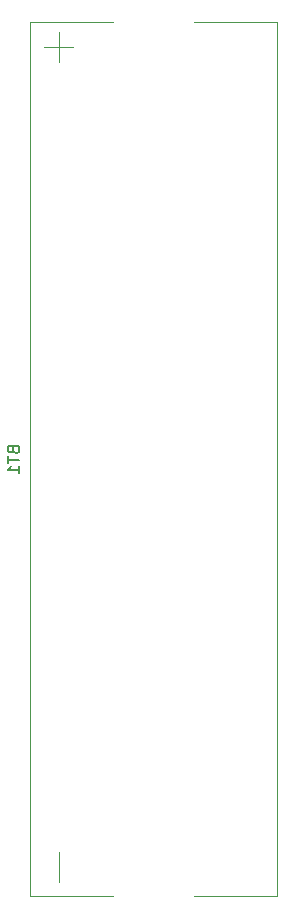
<source format=gbr>
%TF.GenerationSoftware,KiCad,Pcbnew,5.1.6*%
%TF.CreationDate,2020-05-18T18:09:20+02:00*%
%TF.ProjectId,solder-snorter,736f6c64-6572-42d7-936e-6f727465722e,rev?*%
%TF.SameCoordinates,Original*%
%TF.FileFunction,Legend,Bot*%
%TF.FilePolarity,Positive*%
%FSLAX46Y46*%
G04 Gerber Fmt 4.6, Leading zero omitted, Abs format (unit mm)*
G04 Created by KiCad (PCBNEW 5.1.6) date 2020-05-18 18:09:20*
%MOMM*%
%LPD*%
G01*
G04 APERTURE LIST*
%ADD10C,0.120000*%
%ADD11C,0.150000*%
G04 APERTURE END LIST*
D10*
%TO.C,BT1*%
X165940000Y-81500000D02*
X158940000Y-81500000D01*
X165940000Y-155500000D02*
X165940000Y-81500000D01*
X158940000Y-155500000D02*
X165940000Y-155500000D01*
X145060000Y-81500000D02*
X152060000Y-81500000D01*
X145060000Y-155500000D02*
X145060000Y-81500000D01*
X152060000Y-155500000D02*
X145080000Y-155500000D01*
X147468000Y-154274000D02*
X147468000Y-151774000D01*
X147468000Y-82338000D02*
X147468000Y-84838000D01*
X148718000Y-83588000D02*
X146218000Y-83588000D01*
D11*
X143628571Y-117714285D02*
X143676190Y-117857142D01*
X143723809Y-117904761D01*
X143819047Y-117952380D01*
X143961904Y-117952380D01*
X144057142Y-117904761D01*
X144104761Y-117857142D01*
X144152380Y-117761904D01*
X144152380Y-117380952D01*
X143152380Y-117380952D01*
X143152380Y-117714285D01*
X143200000Y-117809523D01*
X143247619Y-117857142D01*
X143342857Y-117904761D01*
X143438095Y-117904761D01*
X143533333Y-117857142D01*
X143580952Y-117809523D01*
X143628571Y-117714285D01*
X143628571Y-117380952D01*
X143152380Y-118238095D02*
X143152380Y-118809523D01*
X144152380Y-118523809D02*
X143152380Y-118523809D01*
X144152380Y-119666666D02*
X144152380Y-119095238D01*
X144152380Y-119380952D02*
X143152380Y-119380952D01*
X143295238Y-119285714D01*
X143390476Y-119190476D01*
X143438095Y-119095238D01*
%TD*%
M02*

</source>
